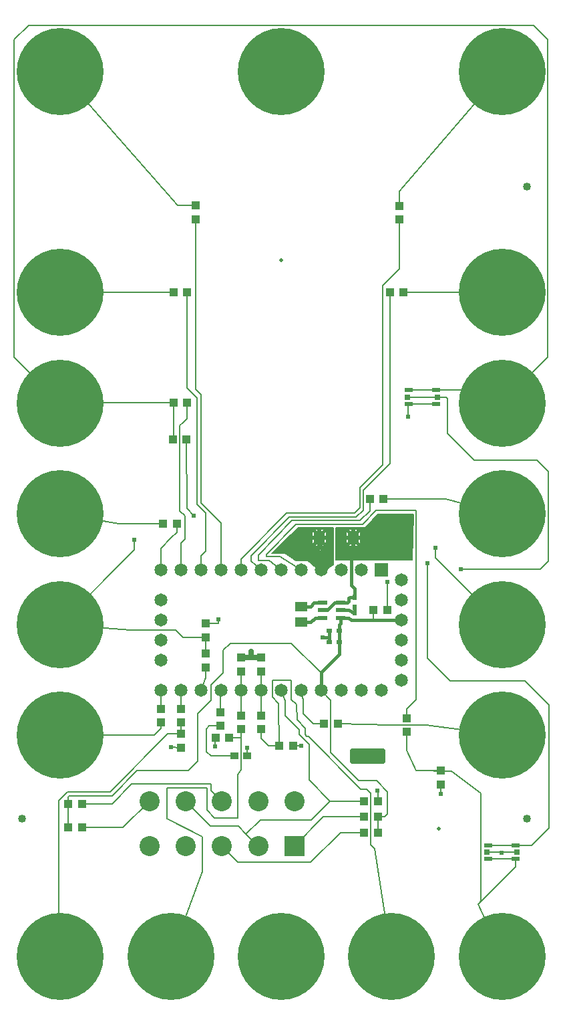
<source format=gtl>
%FSTAX24Y24*%
%MOIN*%
%IN LAYER1.GBR *%
%ADD10C,0.0050*%
%ADD11C,0.0080*%
%ADD12C,0.0100*%
%ADD13C,0.0157*%
%ADD14C,0.0160*%
%ADD15C,0.0180*%
%ADD16C,0.0197*%
%ADD17C,0.0200*%
%ADD18C,0.0220*%
%ADD19C,0.0240*%
%ADD20C,0.0260*%
%ADD21C,0.0280*%
%ADD22C,0.0357*%
%ADD23C,0.0400*%
%ADD24C,0.0560*%
%ADD25C,0.0600*%
%ADD26C,0.0630*%
%ADD27C,0.0650*%
%ADD28C,0.0810*%
%ADD29C,0.1000*%
%ADD30C,0.1160*%
%ADD31C,0.4331*%
%ADD32C,0.4491*%
%ADD33R,0.0200X0.0250*%
%ADD34R,0.0250X0.0200*%
%ADD35R,0.0276X0.0276*%
%ADD36R,0.0394X0.0217*%
%ADD37R,0.0394X0.0354*%
%ADD38R,0.0413X0.0425*%
%ADD39R,0.0420X0.0470*%
%ADD40R,0.0425X0.0413*%
%ADD41R,0.0436X0.0436*%
%ADD42R,0.0470X0.0420*%
%ADD43R,0.0472X0.0236*%
%ADD44R,0.0520X0.0661*%
%ADD45R,0.0554X0.0377*%
%ADD46R,0.0554X0.0514*%
%ADD47R,0.0573X0.0585*%
%ADD48R,0.0585X0.0573*%
%ADD49R,0.0630X0.0512*%
%ADD50R,0.0632X0.0396*%
%ADD51R,0.0650X0.0650*%
%ADD52R,0.0680X0.0821*%
%ADD53R,0.0685X0.0673*%
%ADD54R,0.0810X0.0810*%
%ADD55R,0.0890X0.0772*%
%ADD56R,0.1000X0.1000*%
%ADD57R,0.1160X0.1160*%
%ADD58R,0.1350X0.0700*%
%ADD59R,0.1510X0.0860*%
D10*X013726Y022777D02*G01X015046Y024057D01*X016766D01*Y022217D01*
X016206Y021817D01*X015526Y022417D01*X014926D01*X014366Y022777D01*
X013726D01*G36*G01X015046Y024057D01*X016766D01*Y022217D01*
X016206Y021817D01*X015526Y022417D01*X014926D01*X014366Y022777D01*
X013726D01*G37*X016926Y024057D02*G01X018366D01*X019006Y024737D01*
X020766D01*X020726Y022457D01*X016926D01*Y024057D01*G36*G01X018366D01*
X019006Y024737D01*X020766D01*X020726Y022457D01*X016926D01*Y024057D01*
G37*
%LPC*%
D55*X015173Y020139D03*D50*X016233Y02032D03*D55*X015173Y019352D03*D50*
X016233Y019572D03*D53*X012173Y016904D03*D28*Y015945D03*D48*Y014704D03*
D53*Y017585D03*X013173D03*D23*X012693Y017905D03*D53*X013173Y016904D03*
D28*Y015945D03*D48*Y014694D03*D42*X016573Y018363D03*Y018913D03*D23*
X016236Y018584D03*D46*X01248Y012697D03*D23*X012485Y013077D03*D24*
X026439Y009566D03*Y041063D03*X001242Y009566D03*D32*X00315Y01373D03*D48*
X008173Y014354D03*D32*X014173Y002706D03*X025197Y019241D03*D23*
X021893Y023058D03*D32*X008661Y002706D03*D48*X012173Y014022D03*D47*
X011585Y013597D03*D32*X019685Y002706D03*D47*X014083Y013195D03*D48*
X013173Y014013D03*D32*X00315Y024753D03*D47*X008281Y024275D03*D32*
X00315Y0468D03*D48*X0099Y040117D03*D32*X025197Y0468D03*D48*
X020079Y040104D03*D32*X025197Y024753D03*D47*X019287Y02548D03*
X016994Y014284D03*D32*X025197Y01373D03*X014173Y0468D03*D22*Y037402D03*
X022047Y009065D03*D54*X019173Y021945D03*D28*X010173D03*D47*
X00949Y035777D03*D28*X009173Y021945D03*D47*X00949Y030277D03*D28*
X008173Y020445D03*Y019445D03*Y018445D03*Y017445D03*X010173Y015945D03*
D48*X010423Y017104D03*D28*X018173Y021945D03*X014173Y015945D03*D30*
X013027Y008193D03*X009405Y010437D03*D47*X018313Y010433D03*D28*
X017173Y015945D03*X018173D03*X019173D03*X020173Y016445D03*
X017173Y021945D03*X020173Y017445D03*Y018445D03*Y020445D03*Y021445D03*
X014173Y021945D03*D47*X018606Y02548D03*D28*X013173Y021945D03*D47*
X019606Y035777D03*D28*X012173Y021945D03*D48*X020079Y039423D03*D28*
X011173Y021945D03*D48*X0099Y039436D03*D47*X016313Y014284D03*D28*
X015173Y015945D03*D47*X008809Y035777D03*D32*X00315D03*D47*
X008962Y024275D03*D28*X008173Y021945D03*D48*Y015035D03*D28*Y015945D03*
D48*X010423Y017785D03*Y018604D03*D32*X00315Y019241D03*D23*
X006846Y023457D03*D48*X01115Y014867D03*D28*X011173Y015945D03*D48*
X01115Y014186D03*D46*X01185Y012697D03*D48*X009173Y014354D03*Y013785D03*
D32*X00315Y002706D03*D48*X009173Y015035D03*D28*Y015945D03*D47*
X009456Y028464D03*D23*X009796Y024664D03*D48*X020447Y01457D03*D28*
X015173Y021945D03*D48*X022133Y011264D03*D23*Y010785D03*D47*
X019465Y019957D03*D23*X019476Y021344D03*D47*X004237Y009118D03*D30*
X007594Y010437D03*D47*X003556Y009118D03*Y010299D03*D28*
X016173Y015945D03*D47*X018994Y009646D03*Y008858D03*D42*
X017073Y018363D03*Y018913D03*D50*X017139Y019572D03*D28*
X020173Y019445D03*D47*X018784Y019957D03*X004237Y010299D03*D30*
X011216Y010437D03*D47*X018313Y008858D03*D30*X011216Y008193D03*D47*
X018313Y009646D03*D57*X014838Y008193D03*D47*X018994Y010433D03*D23*
X018973Y010945D03*D48*X010423Y019285D03*D23*X011053Y019505D03*D47*
X010904Y013597D03*D23*X010885Y013157D03*D48*X009173Y013104D03*D23*
X008663Y013115D03*D47*X014764Y013195D03*D23*X015183D03*D47*
X020287Y035777D03*D32*X025197D03*D30*X009405Y008193D03*X007594D03*
X014838Y010437D03*X013027D03*D45*X020531Y030909D03*X021909D03*D32*
X025197Y030265D03*X00315D03*D47*X008809Y030277D03*X008775Y028464D03*
D45*X024504Y007542D03*X025882D03*D32*X025197Y002706D03*D48*
X022133Y011945D03*X020447Y013889D03*D41*X025941Y007877D03*D23*
X025173Y007865D03*D41*X024445Y007877D03*D50*X017139Y019946D03*D23*
X017836Y019784D03*D39*Y020094D03*D23*X023156Y021984D03*D41*
X020472Y030574D03*X021968D03*D23*X020516Y029584D03*D45*
X020531Y03024D03*X021909D03*D23*X021476Y022304D03*D45*
X024504Y008211D03*X025882D03*D18*X019012Y023331D03*Y023843D03*X0185D03*
Y023331D03*D23*X019233Y012425D03*Y012925D03*D59*X018483Y012675D03*D23*
X017733Y012925D03*Y012425D03*D18*X01638Y02277D03*X016086Y023057D03*
X01587Y02277D03*D52*X016091Y023572D03*D18*X01542Y02394D03*
X01527Y02352D03*X01473D03*D26*X016173Y021945D03*D18*X018701Y024213D03*
X01827Y02382D03*X01824Y02337D03*D52*X017768Y023572D03*D39*
X017836Y020594D03*D50*X017139Y02032D03*X016233Y019946D03*D18*
X019291Y023425D03*Y023819D03*D23*X018756Y023587D03*D13*
X015173Y020139D02*G01X015631D01*X015812Y02032D01*X016233D01*
X015173Y019352D02*X015643D01*X015864Y019572D01*X016233D01*D19*
X012173Y016904D02*Y015945D01*Y014704D01*D20*Y017585D02*X013173D01*D19*
X012693D01*D20*Y017905D01*D19*X013173Y016904D02*Y015945D01*Y014694D01*
D14*X016573Y018363D02*Y018913D01*D19*Y018584D01*D14*X016236D01*D19*
X01248Y012697D02*X012485Y013077D01*X00315Y01373D02*X007857D01*
X008173Y014045D01*Y014354D01*X025197Y019241D02*X021893Y022545D01*
Y023058D01*X008661Y002706D02*X010251Y006917D01*X010245Y008657D01*
X008479Y009551D01*X008485Y011097D01*X010485D01*Y009977D01*
X010845Y009577D01*X012023D01*Y011766D01*X012165Y011997D01*Y012257D01*
X012173Y014022D01*Y013027D01*Y013597D01*X011585D01*X019685Y002706D02*
X01885Y008071D01*X018654Y008268D01*Y010827D01*X018457Y011024D01*
X018133Y011025D01*X015533Y013665D01*X015453D01*X015373Y013745D01*
Y014065D01*X014973Y014505D01*X014933Y015265D01*X014693Y015505D01*
Y016465D01*X013733D01*Y015625D01*X014053Y015305D01*X014083Y013195D01*
X013548D01*X013173Y01357D01*Y014013D01*X00315Y024753D02*
X006062Y024275D01*X008281D01*X00315Y0468D02*X009026Y040117D01*X0099D01*
X025197Y0468D02*X020079Y040809D01*Y040104D01*X025197Y024753D02*
X022384Y02548D01*X019287D01*X019659Y01423D02*X016994Y014284D01*
X021394Y01423D02*X019659D01*X025197Y01373D02*X021394Y01423D01*
X010173Y021945D02*Y022664D01*X010406Y022897D01*Y024777D01*
X009966Y025217D01*Y030537D01*X00949Y031013D01*Y035777D01*
X009173Y021945D02*Y023305D01*X009373Y023505D01*Y024665D01*
X009116Y024904D01*Y029144D01*X009293Y029305D01*X00949Y029502D01*
Y030277D01*X010173Y015945D02*X010423Y016594D01*Y017104D01*
X014173Y015945D02*X014373Y015425D01*Y014705D01*X015093Y013985D01*
Y013745D01*X015573Y013265D01*Y011481D01*X016621Y010433D01*
X015693Y009505D01*X013133D01*X012424Y008795D01*X013027Y008193D01*
X012424Y008795D02*X012034Y009185D01*X010656D01*X009405Y010437D01*
X016621Y010433D02*X018313D01*X014173Y021945D02*X013566Y022417D01*
X013046D01*Y022697D01*X014726Y024417D01*X018126D01*X018606Y024897D01*
Y02548D01*X013173Y021945D02*X012686Y022377D01*Y022657D01*
X014566Y024577D01*X017926D01*X018286Y024937D01*Y025937D01*
X019606Y027257D01*Y035777D01*X012173Y021945D02*Y022504D01*
X014446Y024777D01*X017846D01*X018126Y025057D01*Y026057D01*
X019246Y027177D01*Y036137D01*X020079Y036969D01*Y039423D01*
X011173Y021945D02*Y02429D01*X010166Y025297D01*Y030697D01*
X0099Y030964D01*Y039436D01*X016313Y014284D02*X015767D01*
X015275Y014776D01*Y015465D01*X015173Y015945D01*X008809Y035777D02*
X00315D01*X008962Y024275D02*Y023813D01*X008693Y023545D01*
X008173Y023025D01*Y021945D01*Y015035D02*Y015945D01*X010423Y017785D02*
Y018604D01*X009264D01*X008923Y018945D01*X006673D01*X00315Y019241D01*
X006853Y022945D01*X006846Y023457D01*X01115Y014867D02*Y015921D01*
X011173Y015945D01*X01115Y014186D02*X010565Y014197D01*X010445Y014037D01*
Y012877D01*X010665Y012697D01*X01185D01*X009173Y014354D02*Y013785D01*
X008517D01*X005636Y010904D01*X003516D01*X003076Y010464D01*Y00278D01*
X00315Y002706D01*X009173Y015035D02*Y015945D01*X009456Y028464D02*
X009476Y025024D01*X009796Y024664D01*X020447Y01457D02*Y015018D01*
X020926Y015497D01*Y024937D01*X018926D01*X018246Y024217D01*X014926D01*
X013446Y022737D01*Y022617D01*X014126D01*X015173Y021945D01*
X022133Y011264D02*Y010785D01*X019465Y019957D02*Y021333D01*
X019476Y021344D01*X004237Y009118D02*X006274D01*X007594Y010437D01*
X003556Y009118D02*Y010299D01*Y010648D01*X003613Y010705D01*X005733D01*
X006973Y011945D01*X009533D01*X010013Y012425D01*Y014785D01*
X010693Y015465D01*Y016225D01*X011293Y016825D01*Y017945D01*
X011653Y018305D01*X014693D01*X016173Y016825D01*D15*Y015945D01*D19*
X016653Y015465D01*Y012865D01*X018053Y011465D01*X018933D01*
X019493Y010905D01*Y009785D01*X019354Y009646D01*X018994D01*Y008858D01*
D15*X016173Y016825D02*Y016845D01*X016805Y017477D01*X017073Y017745D01*
Y018363D01*D13*Y018913D01*Y019221D01*X017139Y019287D01*Y019572D01*D15*
X017546D01*X017673Y019445D01*X020173D01*D19*X018773D01*
X018765Y019437D01*Y019937D01*X018784Y019957D01*X004237Y010299D02*
X005727D01*X006725Y011297D01*X010685D01*Y010968D01*X011216Y010437D01*
X018313Y008858D02*X017127D01*X015653Y007385D01*X012023D01*
X011216Y008193D01*X018313Y009646D02*X016291D01*X014838Y008193D01*
X018994Y010433D02*Y010924D01*X018973Y010945D01*D11*X010423Y019285D02*
X011053D01*Y019505D01*D19*X010904Y013597D02*X010885Y013157D01*
X009173Y013104D02*X008663Y013115D01*X014764Y013195D02*X015183D01*
X020287Y035777D02*X025197D01*X020531Y030909D02*X021909D01*X024553D01*
X025197Y030265D01*X027493Y032561D01*Y048378D01*X026773Y049098D01*
X001573D01*X000853Y048378D01*Y032561D01*X00315Y030265D01*
X003161Y030277D01*X008809D01*Y028531D01*X008775Y028464D01*
X024504Y007542D02*X025882D01*Y007173D01*X024Y005292D01*
X025197Y002706D01*X024Y005292D02*X02415Y00546D01*X02414Y01084D01*
X02268Y01194D01*X02092Y011945D01*X022133D01*X02092D02*
X020447Y012968D01*Y013889D01*X025941Y007877D02*X025185D01*
X025173Y007865D01*X025161Y007877D01*X024445D01*D14*X017139Y019946D02*
X017556Y019944D01*X017836Y019784D01*Y020094D01*D19*X023156Y021984D02*
X027116D01*X027516Y022384D01*Y026864D01*X026956Y027424D01*X023796D01*
X022476Y028744D01*Y030504D01*X022406Y030574D01*X020472D01*X021968D01*
X020516Y029584D02*Y030225D01*X020531Y03024D01*X021909D01*
X021476Y022304D02*Y017544D01*X022596Y016424D01*X026356D01*
X027556Y015224D01*Y009104D01*X026663Y008211D01*X024504D01*X025882D01*
X019233Y012425D02*Y012925D01*X018983Y012675D01*X018483D01*
X018233Y012925D01*X017733D01*Y012425D01*D11*X01638Y02277D02*
X016086Y023057D01*X01587Y02277D01*D19*X016086Y023057D02*
X016076Y023587D01*X016091Y023572D01*X016173D01*D20*Y023532D01*D11*
X0156Y02358D01*X01542Y02394D01*X01527Y02352D01*X01473D01*D12*
X016173Y023532D02*Y021945D01*D11*X018701Y024213D02*X01827Y02382D01*
X01824Y02337D01*X01827Y02361D01*X017768Y023572D01*D19*
X017673Y023478D01*D15*X017766Y023337D01*X017773Y022995D01*
X017673Y022445D01*Y021195D01*X017836Y021032D01*D14*Y020594D01*D13*
X017606D01*X017556Y020544D01*Y020384D01*X017492Y02032D01*X017139D01*
X016852D01*X016478Y019946D01*X016233D01*D17*X017768Y023572D02*
X018756Y023587D01*D11*X019291Y023425D01*Y023819D01*D17*
X018756Y023587D02*X018741Y023572D01*D25*X018756Y023587D01*D19*
Y023331D02*X019012D01*Y023843D01*X0185D01*Y023331D01*X018756D01*D21*
X018483Y012425D02*X019233D01*Y012925D01*X017733D01*Y012425D01*
X018483D01*D18*X015846Y023017D02*X01602Y02307D01*X016126Y023097D01*
%LPD*%
D49*X015173Y020139D03*D43*X016233Y02032D03*D49*X015173Y019352D03*D43*
X016233Y019572D03*D40*X012173Y016904D03*D27*Y015945D03*D40*Y014704D03*
Y017585D03*X013173D03*D19*X012693Y017905D03*D40*X013173Y016904D03*D27*
Y015945D03*D40*Y014694D03*D34*X016573Y018363D03*Y018913D03*D19*
X016236Y018584D03*D37*X01248Y012697D03*D19*X012485Y013077D03*D23*
X026439Y009566D03*Y041063D03*X001242Y009566D03*D31*X00315Y01373D03*D40*
X008173Y014354D03*D31*X014173Y002706D03*X025197Y019241D03*D19*
X021893Y023058D03*D31*X008661Y002706D03*D40*X012173Y014022D03*D38*
X011585Y013597D03*D31*X019685Y002706D03*D38*X014083Y013195D03*D40*
X013173Y014013D03*D31*X00315Y024753D03*D38*X008281Y024275D03*D31*
X00315Y0468D03*D40*X0099Y040117D03*D31*X025197Y0468D03*D40*
X020079Y040104D03*D31*X025197Y024753D03*D38*X019287Y02548D03*
X016994Y014284D03*D31*X025197Y01373D03*X014173Y0468D03*D16*Y037402D03*
X022047Y009065D03*D51*X019173Y021945D03*D27*X010173D03*D38*
X00949Y035777D03*D27*X009173Y021945D03*D38*X00949Y030277D03*D27*
X008173Y020445D03*Y019445D03*Y018445D03*Y017445D03*X010173Y015945D03*
D40*X010423Y017104D03*D27*X018173Y021945D03*X014173Y015945D03*D29*
X013027Y008193D03*X009405Y010437D03*D38*X018313Y010433D03*D27*
X017173Y015945D03*X018173D03*X019173D03*X020173Y016445D03*
X017173Y021945D03*X020173Y017445D03*Y018445D03*Y020445D03*Y021445D03*
X014173Y021945D03*D38*X018606Y02548D03*D27*X013173Y021945D03*D38*
X019606Y035777D03*D27*X012173Y021945D03*D40*X020079Y039423D03*D27*
X011173Y021945D03*D40*X0099Y039436D03*D38*X016313Y014284D03*D27*
X015173Y015945D03*D38*X008809Y035777D03*D31*X00315D03*D38*
X008962Y024275D03*D27*X008173Y021945D03*D40*Y015035D03*D27*Y015945D03*
D40*X010423Y017785D03*Y018604D03*D31*X00315Y019241D03*D19*
X006846Y023457D03*D40*X01115Y014867D03*D27*X011173Y015945D03*D40*
X01115Y014186D03*D37*X01185Y012697D03*D40*X009173Y014354D03*Y013785D03*
D31*X00315Y002706D03*D40*X009173Y015035D03*D27*Y015945D03*D38*
X009456Y028464D03*D19*X009796Y024664D03*D40*X020447Y01457D03*D27*
X015173Y021945D03*D40*X022133Y011264D03*D19*Y010785D03*D38*
X019465Y019957D03*D19*X019476Y021344D03*D38*X004237Y009118D03*D29*
X007594Y010437D03*D38*X003556Y009118D03*Y010299D03*D27*
X016173Y015945D03*D38*X018994Y009646D03*Y008858D03*D34*
X017073Y018363D03*Y018913D03*D43*X017139Y019572D03*D27*
X020173Y019445D03*D38*X018784Y019957D03*X004237Y010299D03*D29*
X011216Y010437D03*D38*X018313Y008858D03*D29*X011216Y008193D03*D38*
X018313Y009646D03*D56*X014838Y008193D03*D38*X018994Y010433D03*D19*
X018973Y010945D03*D40*X010423Y019285D03*D19*X011053Y019505D03*D38*
X010904Y013597D03*D19*X010885Y013157D03*D40*X009173Y013104D03*D19*
X008663Y013115D03*D38*X014764Y013195D03*D19*X015183D03*D38*
X020287Y035777D03*D31*X025197D03*D29*X009405Y008193D03*X007594D03*
X014838Y010437D03*X013027D03*D36*X020531Y030909D03*X021909D03*D31*
X025197Y030265D03*X00315D03*D38*X008809Y030277D03*X008775Y028464D03*
D36*X024504Y007542D03*X025882D03*D31*X025197Y002706D03*D40*
X022133Y011945D03*X020447Y013889D03*D35*X025941Y007877D03*D19*
X025173Y007865D03*D35*X024445Y007877D03*D43*X017139Y019946D03*D19*
X017836Y019784D03*D33*Y020094D03*D19*X023156Y021984D03*D35*
X020472Y030574D03*X021968D03*D19*X020516Y029584D03*D36*
X020531Y03024D03*X021909D03*D19*X021476Y022304D03*D36*
X024504Y008211D03*X025882D03*D19*X019012Y023331D03*Y023843D03*X0185D03*
Y023331D03*X019233Y012425D03*Y012925D03*D58*X018483Y012675D03*D19*
X017733Y012925D03*Y012425D03*X01638Y02277D03*X016086Y023057D03*
X01587Y02277D03*D44*X016091Y023572D03*D17*X01635Y023903D02*
X016407Y023959D01*X016091Y023903D02*Y023983D01*X015831Y023903D02*
X015774Y023959D01*X015831Y023572D02*X015751D01*X015831Y023241D02*
X015774Y023185D01*X016091Y023241D02*Y023161D01*X01635Y023241D02*
X016407Y023185D01*X01635Y023572D02*X01643D01*D19*X01542Y02394D03*
X01527Y02352D03*X01473D03*D27*X016173Y021945D03*D19*X018701Y024213D03*
X01827Y02382D03*X01824Y02337D03*D44*X017768Y023572D03*D17*
X018028Y023903D02*X018084Y023959D01*X017768Y023903D02*Y023983D01*
X017508Y023903D02*X017451Y023959D01*X017508Y023572D02*X017428D01*
X017508Y023241D02*X017451Y023185D01*X017768Y023241D02*Y023161D01*
X018028Y023241D02*X018084Y023185D01*X018028Y023572D02*X018108D01*D33*
X017836Y020594D03*D43*X017139Y02032D03*X016233Y019946D03*D19*
X019291Y023425D03*Y023819D03*X018756Y023587D03*D13*X015173Y020139D02*
X015631D01*X015812Y02032D01*X016233D01*X015173Y019352D02*X015643D01*
X015864Y019572D01*X016233D01*D11*X012173Y016904D02*Y015945D01*
Y014704D01*D20*Y017585D02*X013173D01*D11*X012693D01*D20*Y017905D01*D11*
X013173Y016904D02*Y015945D01*Y014694D01*D14*X016573Y018363D02*
Y018913D01*D11*Y018584D01*D14*X016236D01*D11*X01248Y012697D02*
X012485Y013077D01*X00315Y01373D02*X007857D01*X008173Y014045D01*
Y014354D01*X025197Y019241D02*X021893Y022545D01*Y023058D01*
X008661Y002706D02*X010251Y006917D01*X010245Y008657D01*
X008479Y009551D01*X008485Y011097D01*X010485D01*Y009977D01*
X010845Y009577D01*X012023D01*Y011766D01*X012165Y011997D01*Y012257D01*
X012173Y014022D01*Y013027D01*Y013597D01*X011585D01*X019685Y002706D02*
X01885Y008071D01*X018654Y008268D01*Y010827D01*X018457Y011024D01*
X018133Y011025D01*X015533Y013665D01*X015453D01*X015373Y013745D01*
Y014065D01*X014973Y014505D01*X014933Y015265D01*X014693Y015505D01*
Y016465D01*X013733D01*Y015625D01*X014053Y015305D01*X014083Y013195D01*
X013548D01*X013173Y01357D01*Y014013D01*X00315Y024753D02*
X006062Y024275D01*X008281D01*X00315Y0468D02*X009026Y040117D01*X0099D01*
X025197Y0468D02*X020079Y040809D01*Y040104D01*X025197Y024753D02*
X022384Y02548D01*X019287D01*X019659Y01423D02*X016994Y014284D01*
X021394Y01423D02*X019659D01*X025197Y01373D02*X021394Y01423D01*
X010173Y021945D02*Y022664D01*X010406Y022897D01*Y024777D01*
X009966Y025217D01*Y030537D01*X00949Y031013D01*Y035777D01*
X009173Y021945D02*Y023305D01*X009373Y023505D01*Y024665D01*
X009116Y024904D01*Y029144D01*X009293Y029305D01*X00949Y029502D01*
Y030277D01*X010173Y015945D02*X010423Y016594D01*Y017104D01*
X014173Y015945D02*X014373Y015425D01*Y014705D01*X015093Y013985D01*
Y013745D01*X015573Y013265D01*Y011481D01*X016621Y010433D01*
X015693Y009505D01*X013133D01*X012424Y008795D01*X013027Y008193D01*
X012424Y008795D02*X012034Y009185D01*X010656D01*X009405Y010437D01*
X016621Y010433D02*X018313D01*X014173Y021945D02*X013566Y022417D01*
X013046D01*Y022697D01*X014726Y024417D01*X018126D01*X018606Y024897D01*
Y02548D01*X013173Y021945D02*X012686Y022377D01*Y022657D01*
X014566Y024577D01*X017926D01*X018286Y024937D01*Y025937D01*
X019606Y027257D01*Y035777D01*X012173Y021945D02*Y022504D01*
X014446Y024777D01*X017846D01*X018126Y025057D01*Y026057D01*
X019246Y027177D01*Y036137D01*X020079Y036969D01*Y039423D01*
X011173Y021945D02*Y02429D01*X010166Y025297D01*Y030697D01*
X0099Y030964D01*Y039436D01*X016313Y014284D02*X015767D01*
X015275Y014776D01*Y015465D01*X015173Y015945D01*X008809Y035777D02*
X00315D01*X008962Y024275D02*Y023813D01*X008693Y023545D01*
X008173Y023025D01*Y021945D01*Y015035D02*Y015945D01*X010423Y017785D02*
Y018604D01*X009264D01*X008923Y018945D01*X006673D01*X00315Y019241D01*
X006853Y022945D01*X006846Y023457D01*X01115Y014867D02*Y015921D01*
X011173Y015945D01*X01115Y014186D02*X010565Y014197D01*X010445Y014037D01*
Y012877D01*X010665Y012697D01*X01185D01*X009173Y014354D02*Y013785D01*
X008517D01*X005636Y010904D01*X003516D01*X003076Y010464D01*Y00278D01*
X00315Y002706D01*X009173Y015035D02*Y015945D01*X009456Y028464D02*
X009476Y025024D01*X009796Y024664D01*X020447Y01457D02*Y015018D01*
X020926Y015497D01*Y024937D01*X018926D01*X018246Y024217D01*X014926D01*
X013446Y022737D01*Y022617D01*X014126D01*X015173Y021945D01*
X022133Y011264D02*Y010785D01*X019465Y019957D02*Y021333D01*
X019476Y021344D01*X004237Y009118D02*X006274D01*X007594Y010437D01*
X003556Y009118D02*Y010299D01*Y010648D01*X003613Y010705D01*X005733D01*
X006973Y011945D01*X009533D01*X010013Y012425D01*Y014785D01*
X010693Y015465D01*Y016225D01*X011293Y016825D01*Y017945D01*
X011653Y018305D01*X014693D01*X016173Y016825D01*D15*Y015945D01*D11*
X016653Y015465D01*Y012865D01*X018053Y011465D01*X018933D01*
X019493Y010905D01*Y009785D01*X019354Y009646D01*X018994D01*Y008858D01*
D15*X016173Y016825D02*Y016845D01*X016805Y017477D01*X017073Y017745D01*
Y018363D01*D13*Y018913D01*Y019221D01*X017139Y019287D01*Y019572D01*D15*
X017546D01*X017673Y019445D01*X020173D01*D11*X018773D01*
X018765Y019437D01*Y019937D01*X018784Y019957D01*X004237Y010299D02*
X005727D01*X006725Y011297D01*X010685D01*Y010968D01*X011216Y010437D01*
X018313Y008858D02*X017127D01*X015653Y007385D01*X012023D01*
X011216Y008193D01*X018313Y009646D02*X016291D01*X014838Y008193D01*
X018994Y010433D02*Y010924D01*X018973Y010945D01*X010423Y019285D02*
X011053D01*Y019505D01*X010904Y013597D02*X010885Y013157D01*
X009173Y013104D02*X008663Y013115D01*X014764Y013195D02*X015183D01*
X020287Y035777D02*X025197D01*X020531Y030909D02*X021909D01*X024553D01*
X025197Y030265D01*X027493Y032561D01*Y048378D01*X026773Y049098D01*
X001573D01*X000853Y048378D01*Y032561D01*X00315Y030265D01*
X003161Y030277D01*X008809D01*Y028531D01*X008775Y028464D01*
X024504Y007542D02*X025882D01*Y007173D01*X024Y005292D01*
X025197Y002706D01*X024Y005292D02*X02415Y00546D01*X02414Y01084D01*
X02268Y01194D01*X02092Y011945D01*X022133D01*X02092D02*
X020447Y012968D01*Y013889D01*X025941Y007877D02*X025185D01*
X025173Y007865D01*X025161Y007877D01*X024445D01*D14*X017139Y019946D02*
X017556Y019944D01*X017836Y019784D01*Y020094D01*D11*X023156Y021984D02*
X027116D01*X027516Y022384D01*Y026864D01*X026956Y027424D01*X023796D01*
X022476Y028744D01*Y030504D01*X022406Y030574D01*X020472D01*X021968D01*
X020516Y029584D02*Y030225D01*X020531Y03024D01*X021909D01*
X021476Y022304D02*Y017544D01*X022596Y016424D01*X026356D01*
X027556Y015224D01*Y009104D01*X026663Y008211D01*X024504D01*X025882D01*
X019233Y012425D02*Y012925D01*X018983Y012675D01*X018483D01*
X018233Y012925D01*X017733D01*Y012425D01*X01638Y02277D02*
X016086Y023057D01*X01587Y02277D01*X016086Y023057D02*X016076Y023587D01*
X016091Y023572D01*X016173D01*D20*Y023532D01*D11*X0156Y02358D01*
X01542Y02394D01*X01527Y02352D01*X01473D01*D12*X016173Y023532D02*
Y021945D01*D11*X018701Y024213D02*X01827Y02382D01*X01824Y02337D01*
X01827Y02361D01*X017768Y023572D01*X017673Y023478D01*D15*
X017766Y023337D01*X017773Y022995D01*X017673Y022445D01*Y021195D01*
X017836Y021032D01*D14*Y020594D01*D13*X017606D01*X017556Y020544D01*
Y020384D01*X017492Y02032D01*X017139D01*X016852D01*X016478Y019946D01*
X016233D01*D17*X017768Y023572D02*X018756Y023587D01*D11*
X019291Y023425D01*Y023819D01*D17*X018756Y023587D02*X018741Y023572D01*
D25*X018756Y023587D01*D19*Y023331D02*X019012D01*Y023843D01*X0185D01*
Y023331D01*X018756D01*D21*X018483Y012425D02*X019233D01*Y012925D01*
X017733D01*Y012425D01*X018483D01*D18*X015846Y023017D02*X01602Y02307D01*
X016126Y023097D01*
M02*
</source>
